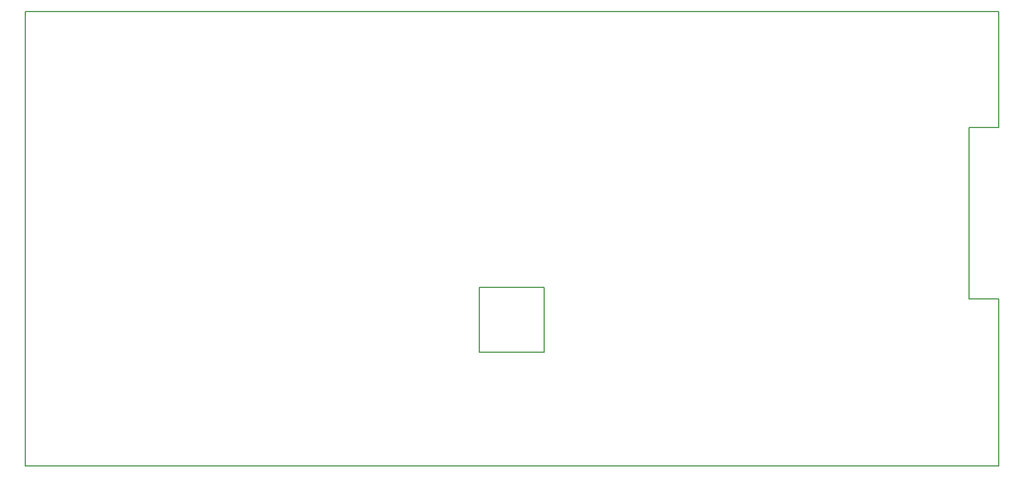
<source format=gko>
G04*
G04 #@! TF.GenerationSoftware,Altium Limited,Altium NEXUS,2.1.9 (83)*
G04*
G04 Layer_Color=16711935*
%FSLAX44Y44*%
%MOMM*%
G71*
G01*
G75*
%ADD11C,0.2000*%
D11*
X-0Y700000D02*
X1500000Y700000D01*
X-0Y700000D02*
X0Y0D01*
X1500000Y-0D01*
X1500000Y257500D02*
X1500000Y-0D01*
X1454000Y257500D02*
X1500000Y257500D01*
X1454000Y522000D02*
X1454000Y257500D01*
X1454000Y522000D02*
X1500000Y522000D01*
X1500000Y700000D02*
X1500000Y522000D01*
X700000Y175000D02*
X800000D01*
Y275000D01*
X700000D02*
X800000D01*
X700000Y175000D02*
Y275000D01*
M02*

</source>
